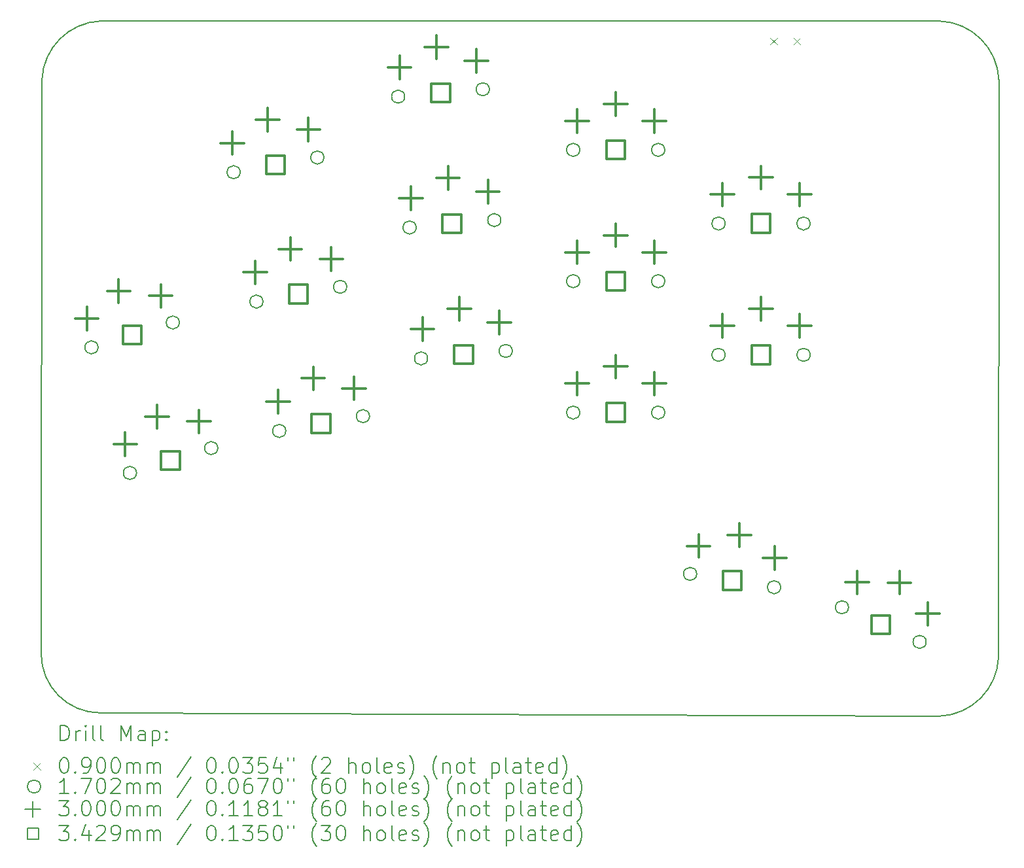
<source format=gbr>
%FSLAX45Y45*%
G04 Gerber Fmt 4.5, Leading zero omitted, Abs format (unit mm)*
G04 Created by KiCad (PCBNEW (6.0.4)) date 2022-05-21 01:49:12*
%MOMM*%
%LPD*%
G01*
G04 APERTURE LIST*
%TA.AperFunction,Profile*%
%ADD10C,0.150000*%
%TD*%
%ADD11C,0.200000*%
%ADD12C,0.090000*%
%ADD13C,0.170180*%
%ADD14C,0.300000*%
%ADD15C,0.342900*%
G04 APERTURE END LIST*
D10*
X15737327Y12334998D02*
X4877933Y12336481D01*
X15733479Y3338932D02*
G75*
G03*
X16494826Y4100933I-32949J794268D01*
G01*
X4116586Y11574481D02*
X4107104Y4142825D01*
X4107104Y4142825D02*
G75*
G03*
X4869104Y3380825I764981J2981D01*
G01*
X16494826Y4100933D02*
X16499327Y11573651D01*
X15733479Y3338933D02*
X4869104Y3380825D01*
X16499330Y11573651D02*
G75*
G03*
X15737327Y12334998I-794270J-32951D01*
G01*
X4877933Y12336481D02*
G75*
G03*
X4116586Y11574481I32951J-794270D01*
G01*
D11*
D12*
X13541841Y12120184D02*
X13631841Y12030184D01*
X13631841Y12120184D02*
X13541841Y12030184D01*
X13841841Y12120184D02*
X13931841Y12030184D01*
X13931841Y12120184D02*
X13841841Y12030184D01*
D13*
X4843348Y8112192D02*
G75*
G03*
X4843348Y8112192I-85090J0D01*
G01*
X4843348Y8112192D02*
G75*
G03*
X4843348Y8112192I-85090J0D01*
G01*
X5340380Y6486474D02*
G75*
G03*
X5340380Y6486474I-85090J0D01*
G01*
X5340380Y6486474D02*
G75*
G03*
X5340380Y6486474I-85090J0D01*
G01*
X5895283Y8433801D02*
G75*
G03*
X5895283Y8433801I-85090J0D01*
G01*
X5895283Y8433801D02*
G75*
G03*
X5895283Y8433801I-85090J0D01*
G01*
X6392315Y6808083D02*
G75*
G03*
X6392315Y6808083I-85090J0D01*
G01*
X6392315Y6808083D02*
G75*
G03*
X6392315Y6808083I-85090J0D01*
G01*
X6682157Y10379000D02*
G75*
G03*
X6682157Y10379000I-85090J0D01*
G01*
X6682157Y10379000D02*
G75*
G03*
X6682157Y10379000I-85090J0D01*
G01*
X6977359Y8704827D02*
G75*
G03*
X6977359Y8704827I-85090J0D01*
G01*
X6977359Y8704827D02*
G75*
G03*
X6977359Y8704827I-85090J0D01*
G01*
X7272560Y7030654D02*
G75*
G03*
X7272560Y7030654I-85090J0D01*
G01*
X7272560Y7030654D02*
G75*
G03*
X7272560Y7030654I-85090J0D01*
G01*
X7765445Y10570013D02*
G75*
G03*
X7765445Y10570013I-85090J0D01*
G01*
X7765445Y10570013D02*
G75*
G03*
X7765445Y10570013I-85090J0D01*
G01*
X8060647Y8895840D02*
G75*
G03*
X8060647Y8895840I-85090J0D01*
G01*
X8060647Y8895840D02*
G75*
G03*
X8060647Y8895840I-85090J0D01*
G01*
X8355849Y7221667D02*
G75*
G03*
X8355849Y7221667I-85090J0D01*
G01*
X8355849Y7221667D02*
G75*
G03*
X8355849Y7221667I-85090J0D01*
G01*
X8811183Y11357012D02*
G75*
G03*
X8811183Y11357012I-85090J0D01*
G01*
X8811183Y11357012D02*
G75*
G03*
X8811183Y11357012I-85090J0D01*
G01*
X8959347Y9663481D02*
G75*
G03*
X8959347Y9663481I-85090J0D01*
G01*
X8959347Y9663481D02*
G75*
G03*
X8959347Y9663481I-85090J0D01*
G01*
X9107512Y7969950D02*
G75*
G03*
X9107512Y7969950I-85090J0D01*
G01*
X9107512Y7969950D02*
G75*
G03*
X9107512Y7969950I-85090J0D01*
G01*
X9906997Y11452883D02*
G75*
G03*
X9906997Y11452883I-85090J0D01*
G01*
X9906997Y11452883D02*
G75*
G03*
X9906997Y11452883I-85090J0D01*
G01*
X10055161Y9759352D02*
G75*
G03*
X10055161Y9759352I-85090J0D01*
G01*
X10055161Y9759352D02*
G75*
G03*
X10055161Y9759352I-85090J0D01*
G01*
X10203326Y8065821D02*
G75*
G03*
X10203326Y8065821I-85090J0D01*
G01*
X10203326Y8065821D02*
G75*
G03*
X10203326Y8065821I-85090J0D01*
G01*
X11076199Y10668602D02*
G75*
G03*
X11076199Y10668602I-85090J0D01*
G01*
X11076199Y10668602D02*
G75*
G03*
X11076199Y10668602I-85090J0D01*
G01*
X11076199Y8968602D02*
G75*
G03*
X11076199Y8968602I-85090J0D01*
G01*
X11076199Y8968602D02*
G75*
G03*
X11076199Y8968602I-85090J0D01*
G01*
X11076199Y7268602D02*
G75*
G03*
X11076199Y7268602I-85090J0D01*
G01*
X11076199Y7268602D02*
G75*
G03*
X11076199Y7268602I-85090J0D01*
G01*
X12176199Y10668602D02*
G75*
G03*
X12176199Y10668602I-85090J0D01*
G01*
X12176199Y10668602D02*
G75*
G03*
X12176199Y10668602I-85090J0D01*
G01*
X12176199Y8968602D02*
G75*
G03*
X12176199Y8968602I-85090J0D01*
G01*
X12176199Y8968602D02*
G75*
G03*
X12176199Y8968602I-85090J0D01*
G01*
X12176199Y7268602D02*
G75*
G03*
X12176199Y7268602I-85090J0D01*
G01*
X12176199Y7268602D02*
G75*
G03*
X12176199Y7268602I-85090J0D01*
G01*
X12589473Y5179740D02*
G75*
G03*
X12589473Y5179740I-85090J0D01*
G01*
X12589473Y5179740D02*
G75*
G03*
X12589473Y5179740I-85090J0D01*
G01*
X12956918Y9715325D02*
G75*
G03*
X12956918Y9715325I-85090J0D01*
G01*
X12956918Y9715325D02*
G75*
G03*
X12956918Y9715325I-85090J0D01*
G01*
X12956918Y8015325D02*
G75*
G03*
X12956918Y8015325I-85090J0D01*
G01*
X12956918Y8015325D02*
G75*
G03*
X12956918Y8015325I-85090J0D01*
G01*
X13675930Y5007662D02*
G75*
G03*
X13675930Y5007662I-85090J0D01*
G01*
X13675930Y5007662D02*
G75*
G03*
X13675930Y5007662I-85090J0D01*
G01*
X14056918Y9715325D02*
G75*
G03*
X14056918Y9715325I-85090J0D01*
G01*
X14056918Y9715325D02*
G75*
G03*
X14056918Y9715325I-85090J0D01*
G01*
X14056918Y8015325D02*
G75*
G03*
X14056918Y8015325I-85090J0D01*
G01*
X14056918Y8015325D02*
G75*
G03*
X14056918Y8015325I-85090J0D01*
G01*
X14554119Y4747531D02*
G75*
G03*
X14554119Y4747531I-85090J0D01*
G01*
X14554119Y4747531D02*
G75*
G03*
X14554119Y4747531I-85090J0D01*
G01*
X15559019Y4300120D02*
G75*
G03*
X15559019Y4300120I-85090J0D01*
G01*
X15559019Y4300120D02*
G75*
G03*
X15559019Y4300120I-85090J0D01*
G01*
D14*
X4696434Y8635425D02*
X4696434Y8335425D01*
X4546434Y8485425D02*
X4846434Y8485425D01*
X5110265Y8991998D02*
X5110265Y8691998D01*
X4960265Y8841998D02*
X5260265Y8841998D01*
X5110265Y8991998D02*
X5110265Y8691998D01*
X4960265Y8841998D02*
X5260265Y8841998D01*
X5193466Y7009707D02*
X5193466Y6709707D01*
X5043466Y6859707D02*
X5343466Y6859707D01*
X5607297Y7366279D02*
X5607297Y7066279D01*
X5457297Y7216279D02*
X5757297Y7216279D01*
X5607297Y7366279D02*
X5607297Y7066279D01*
X5457297Y7216279D02*
X5757297Y7216279D01*
X5652739Y8927796D02*
X5652739Y8627796D01*
X5502739Y8777796D02*
X5802739Y8777796D01*
X6149771Y7302078D02*
X6149771Y7002078D01*
X5999771Y7152078D02*
X6299771Y7152078D01*
X6581189Y10906986D02*
X6581189Y10606986D01*
X6431189Y10756986D02*
X6731189Y10756986D01*
X6876391Y9232812D02*
X6876391Y8932812D01*
X6726391Y9082812D02*
X7026391Y9082812D01*
X7035390Y11210467D02*
X7035390Y10910467D01*
X6885390Y11060467D02*
X7185390Y11060467D01*
X7035390Y11210467D02*
X7035390Y10910467D01*
X6885390Y11060467D02*
X7185390Y11060467D01*
X7171593Y7558639D02*
X7171593Y7258639D01*
X7021593Y7408639D02*
X7321593Y7408639D01*
X7330592Y9536294D02*
X7330592Y9236294D01*
X7180592Y9386294D02*
X7480592Y9386294D01*
X7330592Y9536294D02*
X7330592Y9236294D01*
X7180592Y9386294D02*
X7480592Y9386294D01*
X7565997Y11080634D02*
X7565997Y10780634D01*
X7415997Y10930634D02*
X7715997Y10930634D01*
X7625794Y7862121D02*
X7625794Y7562121D01*
X7475794Y7712121D02*
X7775794Y7712121D01*
X7625794Y7862121D02*
X7625794Y7562121D01*
X7475794Y7712121D02*
X7775794Y7712121D01*
X7861199Y9406461D02*
X7861199Y9106461D01*
X7711199Y9256461D02*
X8011199Y9256461D01*
X8156401Y7732287D02*
X8156401Y7432287D01*
X8006401Y7582287D02*
X8306401Y7582287D01*
X8743219Y11884943D02*
X8743219Y11584943D01*
X8593219Y11734943D02*
X8893219Y11734943D01*
X8891384Y10191412D02*
X8891384Y9891412D01*
X8741384Y10041412D02*
X9041384Y10041412D01*
X9039548Y8497881D02*
X9039548Y8197881D01*
X8889548Y8347881D02*
X9189548Y8347881D01*
X9222142Y12147683D02*
X9222142Y11847683D01*
X9072142Y11997683D02*
X9372142Y11997683D01*
X9222142Y12147683D02*
X9222142Y11847683D01*
X9072142Y11997683D02*
X9372142Y11997683D01*
X9370307Y10454153D02*
X9370307Y10154153D01*
X9220307Y10304153D02*
X9520307Y10304153D01*
X9370307Y10454153D02*
X9370307Y10154153D01*
X9220307Y10304153D02*
X9520307Y10304153D01*
X9518471Y8760622D02*
X9518471Y8460622D01*
X9368471Y8610622D02*
X9668471Y8610622D01*
X9518471Y8760622D02*
X9518471Y8460622D01*
X9368471Y8610622D02*
X9668471Y8610622D01*
X9739414Y11972099D02*
X9739414Y11672099D01*
X9589414Y11822099D02*
X9889414Y11822099D01*
X9887578Y10278568D02*
X9887578Y9978568D01*
X9737578Y10128568D02*
X10037578Y10128568D01*
X10035743Y8585037D02*
X10035743Y8285037D01*
X9885743Y8435037D02*
X10185743Y8435037D01*
X11041109Y11193602D02*
X11041109Y10893602D01*
X10891109Y11043602D02*
X11191109Y11043602D01*
X11041109Y9493602D02*
X11041109Y9193602D01*
X10891109Y9343602D02*
X11191109Y9343602D01*
X11041109Y7793602D02*
X11041109Y7493602D01*
X10891109Y7643602D02*
X11191109Y7643602D01*
X11541109Y11413602D02*
X11541109Y11113602D01*
X11391109Y11263602D02*
X11691109Y11263602D01*
X11541109Y11413602D02*
X11541109Y11113602D01*
X11391109Y11263602D02*
X11691109Y11263602D01*
X11541109Y9713602D02*
X11541109Y9413602D01*
X11391109Y9563602D02*
X11691109Y9563602D01*
X11541109Y9713602D02*
X11541109Y9413602D01*
X11391109Y9563602D02*
X11691109Y9563602D01*
X11541109Y8013602D02*
X11541109Y7713602D01*
X11391109Y7863602D02*
X11691109Y7863602D01*
X11541109Y8013602D02*
X11541109Y7713602D01*
X11391109Y7863602D02*
X11691109Y7863602D01*
X12041109Y11193602D02*
X12041109Y10893602D01*
X11891109Y11043602D02*
X12191109Y11043602D01*
X12041109Y9493602D02*
X12041109Y9193602D01*
X11891109Y9343602D02*
X12191109Y9343602D01*
X12041109Y7793602D02*
X12041109Y7493602D01*
X11891109Y7643602D02*
X12191109Y7643602D01*
X12612431Y5692301D02*
X12612431Y5392301D01*
X12462431Y5542301D02*
X12762431Y5542301D01*
X12921828Y10240325D02*
X12921828Y9940325D01*
X12771828Y10090325D02*
X13071828Y10090325D01*
X12921828Y8540325D02*
X12921828Y8240325D01*
X12771828Y8390325D02*
X13071828Y8390325D01*
X13140690Y5831375D02*
X13140690Y5531376D01*
X12990690Y5681375D02*
X13290690Y5681375D01*
X13140690Y5831375D02*
X13140690Y5531376D01*
X12990690Y5681375D02*
X13290690Y5681375D01*
X13421828Y10460325D02*
X13421828Y10160325D01*
X13271828Y10310325D02*
X13571828Y10310325D01*
X13421828Y10460325D02*
X13421828Y10160325D01*
X13271828Y10310325D02*
X13571828Y10310325D01*
X13421828Y8760325D02*
X13421828Y8460325D01*
X13271828Y8610325D02*
X13571828Y8610325D01*
X13421828Y8760325D02*
X13421828Y8460325D01*
X13271828Y8610325D02*
X13571828Y8610325D01*
X13600119Y5535867D02*
X13600119Y5235867D01*
X13450119Y5385867D02*
X13750119Y5385867D01*
X13921828Y10240325D02*
X13921828Y9940325D01*
X13771828Y10090325D02*
X14071828Y10090325D01*
X13921828Y8540325D02*
X13921828Y8240325D01*
X13771828Y8390325D02*
X14071828Y8390325D01*
X14667233Y5219773D02*
X14667233Y4919773D01*
X14517233Y5069773D02*
X14817233Y5069773D01*
X15213487Y5217385D02*
X15213487Y4917385D01*
X15063487Y5067385D02*
X15363487Y5067385D01*
X15213487Y5217385D02*
X15213487Y4917385D01*
X15063487Y5067385D02*
X15363487Y5067385D01*
X15580778Y4813037D02*
X15580778Y4513037D01*
X15430778Y4663037D02*
X15730778Y4663037D01*
D15*
X5405461Y8151762D02*
X5405461Y8394231D01*
X5162991Y8394231D01*
X5162991Y8151762D01*
X5405461Y8151762D01*
X5405461Y8151762D02*
X5405461Y8394231D01*
X5162991Y8394231D01*
X5162991Y8151762D01*
X5405461Y8151762D01*
X5902492Y6526044D02*
X5902492Y6768513D01*
X5660023Y6768513D01*
X5660023Y6526044D01*
X5902492Y6526044D01*
X5902492Y6526044D02*
X5902492Y6768513D01*
X5660023Y6768513D01*
X5660023Y6526044D01*
X5902492Y6526044D01*
X7259946Y10353272D02*
X7259946Y10595741D01*
X7017476Y10595741D01*
X7017476Y10353272D01*
X7259946Y10353272D01*
X7259946Y10353272D02*
X7259946Y10595741D01*
X7017476Y10595741D01*
X7017476Y10353272D01*
X7259946Y10353272D01*
X7555147Y8679099D02*
X7555147Y8921568D01*
X7312678Y8921568D01*
X7312678Y8679099D01*
X7555147Y8679099D01*
X7555147Y8679099D02*
X7555147Y8921568D01*
X7312678Y8921568D01*
X7312678Y8679099D01*
X7555147Y8679099D01*
X7850349Y7004926D02*
X7850349Y7247395D01*
X7607880Y7247395D01*
X7607880Y7004926D01*
X7850349Y7004926D01*
X7850349Y7004926D02*
X7850349Y7247395D01*
X7607880Y7247395D01*
X7607880Y7004926D01*
X7850349Y7004926D01*
X9395234Y11283713D02*
X9395234Y11526182D01*
X9152765Y11526182D01*
X9152765Y11283713D01*
X9395234Y11283713D01*
X9395234Y11283713D02*
X9395234Y11526182D01*
X9152765Y11526182D01*
X9152765Y11283713D01*
X9395234Y11283713D01*
X9543399Y9590182D02*
X9543399Y9832651D01*
X9300930Y9832651D01*
X9300930Y9590182D01*
X9543399Y9590182D01*
X9543399Y9590182D02*
X9543399Y9832651D01*
X9300930Y9832651D01*
X9300930Y9590182D01*
X9543399Y9590182D01*
X9691564Y7896651D02*
X9691564Y8139120D01*
X9449095Y8139120D01*
X9449095Y7896651D01*
X9691564Y7896651D01*
X9691564Y7896651D02*
X9691564Y8139120D01*
X9449095Y8139120D01*
X9449095Y7896651D01*
X9691564Y7896651D01*
X11662343Y10547367D02*
X11662343Y10789836D01*
X11419874Y10789836D01*
X11419874Y10547367D01*
X11662343Y10547367D01*
X11662343Y10547367D02*
X11662343Y10789836D01*
X11419874Y10789836D01*
X11419874Y10547367D01*
X11662343Y10547367D01*
X11662343Y8847367D02*
X11662343Y9089836D01*
X11419874Y9089836D01*
X11419874Y8847367D01*
X11662343Y8847367D01*
X11662343Y8847367D02*
X11662343Y9089836D01*
X11419874Y9089836D01*
X11419874Y8847367D01*
X11662343Y8847367D01*
X11662343Y7147367D02*
X11662343Y7389836D01*
X11419874Y7389836D01*
X11419874Y7147367D01*
X11662343Y7147367D01*
X11662343Y7147367D02*
X11662343Y7389836D01*
X11419874Y7389836D01*
X11419874Y7147367D01*
X11662343Y7147367D01*
X13168846Y4972466D02*
X13168846Y5214936D01*
X12926377Y5214936D01*
X12926377Y4972466D01*
X13168846Y4972466D01*
X13168846Y4972466D02*
X13168846Y5214936D01*
X12926377Y5214936D01*
X12926377Y4972466D01*
X13168846Y4972466D01*
X13543063Y9594091D02*
X13543063Y9836560D01*
X13300593Y9836560D01*
X13300593Y9594091D01*
X13543063Y9594091D01*
X13543063Y9594091D02*
X13543063Y9836560D01*
X13300593Y9836560D01*
X13300593Y9594091D01*
X13543063Y9594091D01*
X13543063Y7894091D02*
X13543063Y8136560D01*
X13300593Y8136560D01*
X13300593Y7894091D01*
X13543063Y7894091D01*
X13543063Y7894091D02*
X13543063Y8136560D01*
X13300593Y8136560D01*
X13300593Y7894091D01*
X13543063Y7894091D01*
X15092714Y4402591D02*
X15092714Y4645060D01*
X14850244Y4645060D01*
X14850244Y4402591D01*
X15092714Y4402591D01*
X15092714Y4402591D02*
X15092714Y4645060D01*
X14850244Y4645060D01*
X14850244Y4402591D01*
X15092714Y4402591D01*
D11*
X4357223Y3020957D02*
X4357223Y3220957D01*
X4404842Y3220957D01*
X4433414Y3211433D01*
X4452461Y3192385D01*
X4461985Y3173338D01*
X4471509Y3135243D01*
X4471509Y3106671D01*
X4461985Y3068576D01*
X4452461Y3049528D01*
X4433414Y3030481D01*
X4404842Y3020957D01*
X4357223Y3020957D01*
X4557223Y3020957D02*
X4557223Y3154290D01*
X4557223Y3116195D02*
X4566747Y3135243D01*
X4576271Y3144766D01*
X4595318Y3154290D01*
X4614366Y3154290D01*
X4681033Y3020957D02*
X4681033Y3154290D01*
X4681033Y3220957D02*
X4671509Y3211433D01*
X4681033Y3201909D01*
X4690556Y3211433D01*
X4681033Y3220957D01*
X4681033Y3201909D01*
X4804842Y3020957D02*
X4785795Y3030481D01*
X4776271Y3049528D01*
X4776271Y3220957D01*
X4909604Y3020957D02*
X4890556Y3030481D01*
X4881033Y3049528D01*
X4881033Y3220957D01*
X5138176Y3020957D02*
X5138176Y3220957D01*
X5204842Y3078100D01*
X5271509Y3220957D01*
X5271509Y3020957D01*
X5452461Y3020957D02*
X5452461Y3125719D01*
X5442937Y3144766D01*
X5423890Y3154290D01*
X5385795Y3154290D01*
X5366747Y3144766D01*
X5452461Y3030481D02*
X5433414Y3020957D01*
X5385795Y3020957D01*
X5366747Y3030481D01*
X5357223Y3049528D01*
X5357223Y3068576D01*
X5366747Y3087624D01*
X5385795Y3097147D01*
X5433414Y3097147D01*
X5452461Y3106671D01*
X5547699Y3154290D02*
X5547699Y2954290D01*
X5547699Y3144766D02*
X5566747Y3154290D01*
X5604842Y3154290D01*
X5623890Y3144766D01*
X5633414Y3135243D01*
X5642937Y3116195D01*
X5642937Y3059052D01*
X5633414Y3040005D01*
X5623890Y3030481D01*
X5604842Y3020957D01*
X5566747Y3020957D01*
X5547699Y3030481D01*
X5728652Y3040005D02*
X5738175Y3030481D01*
X5728652Y3020957D01*
X5719128Y3030481D01*
X5728652Y3040005D01*
X5728652Y3020957D01*
X5728652Y3144766D02*
X5738175Y3135243D01*
X5728652Y3125719D01*
X5719128Y3135243D01*
X5728652Y3144766D01*
X5728652Y3125719D01*
D12*
X4009604Y2736433D02*
X4099604Y2646433D01*
X4099604Y2736433D02*
X4009604Y2646433D01*
D11*
X4395318Y2800957D02*
X4414366Y2800957D01*
X4433414Y2791433D01*
X4442937Y2781909D01*
X4452461Y2762862D01*
X4461985Y2724767D01*
X4461985Y2677147D01*
X4452461Y2639052D01*
X4442937Y2620005D01*
X4433414Y2610481D01*
X4414366Y2600957D01*
X4395318Y2600957D01*
X4376271Y2610481D01*
X4366747Y2620005D01*
X4357223Y2639052D01*
X4347699Y2677147D01*
X4347699Y2724767D01*
X4357223Y2762862D01*
X4366747Y2781909D01*
X4376271Y2791433D01*
X4395318Y2800957D01*
X4547699Y2620005D02*
X4557223Y2610481D01*
X4547699Y2600957D01*
X4538176Y2610481D01*
X4547699Y2620005D01*
X4547699Y2600957D01*
X4652461Y2600957D02*
X4690556Y2600957D01*
X4709604Y2610481D01*
X4719128Y2620005D01*
X4738176Y2648576D01*
X4747699Y2686671D01*
X4747699Y2762862D01*
X4738176Y2781909D01*
X4728652Y2791433D01*
X4709604Y2800957D01*
X4671509Y2800957D01*
X4652461Y2791433D01*
X4642937Y2781909D01*
X4633414Y2762862D01*
X4633414Y2715243D01*
X4642937Y2696195D01*
X4652461Y2686671D01*
X4671509Y2677147D01*
X4709604Y2677147D01*
X4728652Y2686671D01*
X4738176Y2696195D01*
X4747699Y2715243D01*
X4871509Y2800957D02*
X4890556Y2800957D01*
X4909604Y2791433D01*
X4919128Y2781909D01*
X4928652Y2762862D01*
X4938176Y2724767D01*
X4938176Y2677147D01*
X4928652Y2639052D01*
X4919128Y2620005D01*
X4909604Y2610481D01*
X4890556Y2600957D01*
X4871509Y2600957D01*
X4852461Y2610481D01*
X4842937Y2620005D01*
X4833414Y2639052D01*
X4823890Y2677147D01*
X4823890Y2724767D01*
X4833414Y2762862D01*
X4842937Y2781909D01*
X4852461Y2791433D01*
X4871509Y2800957D01*
X5061985Y2800957D02*
X5081033Y2800957D01*
X5100080Y2791433D01*
X5109604Y2781909D01*
X5119128Y2762862D01*
X5128652Y2724767D01*
X5128652Y2677147D01*
X5119128Y2639052D01*
X5109604Y2620005D01*
X5100080Y2610481D01*
X5081033Y2600957D01*
X5061985Y2600957D01*
X5042937Y2610481D01*
X5033414Y2620005D01*
X5023890Y2639052D01*
X5014366Y2677147D01*
X5014366Y2724767D01*
X5023890Y2762862D01*
X5033414Y2781909D01*
X5042937Y2791433D01*
X5061985Y2800957D01*
X5214366Y2600957D02*
X5214366Y2734290D01*
X5214366Y2715243D02*
X5223890Y2724767D01*
X5242937Y2734290D01*
X5271509Y2734290D01*
X5290556Y2724767D01*
X5300080Y2705719D01*
X5300080Y2600957D01*
X5300080Y2705719D02*
X5309604Y2724767D01*
X5328652Y2734290D01*
X5357223Y2734290D01*
X5376271Y2724767D01*
X5385795Y2705719D01*
X5385795Y2600957D01*
X5481033Y2600957D02*
X5481033Y2734290D01*
X5481033Y2715243D02*
X5490556Y2724767D01*
X5509604Y2734290D01*
X5538176Y2734290D01*
X5557223Y2724767D01*
X5566747Y2705719D01*
X5566747Y2600957D01*
X5566747Y2705719D02*
X5576271Y2724767D01*
X5595318Y2734290D01*
X5623890Y2734290D01*
X5642937Y2724767D01*
X5652461Y2705719D01*
X5652461Y2600957D01*
X6042937Y2810481D02*
X5871509Y2553338D01*
X6300080Y2800957D02*
X6319128Y2800957D01*
X6338175Y2791433D01*
X6347699Y2781909D01*
X6357223Y2762862D01*
X6366747Y2724767D01*
X6366747Y2677147D01*
X6357223Y2639052D01*
X6347699Y2620005D01*
X6338175Y2610481D01*
X6319128Y2600957D01*
X6300080Y2600957D01*
X6281033Y2610481D01*
X6271509Y2620005D01*
X6261985Y2639052D01*
X6252461Y2677147D01*
X6252461Y2724767D01*
X6261985Y2762862D01*
X6271509Y2781909D01*
X6281033Y2791433D01*
X6300080Y2800957D01*
X6452461Y2620005D02*
X6461985Y2610481D01*
X6452461Y2600957D01*
X6442937Y2610481D01*
X6452461Y2620005D01*
X6452461Y2600957D01*
X6585794Y2800957D02*
X6604842Y2800957D01*
X6623890Y2791433D01*
X6633414Y2781909D01*
X6642937Y2762862D01*
X6652461Y2724767D01*
X6652461Y2677147D01*
X6642937Y2639052D01*
X6633414Y2620005D01*
X6623890Y2610481D01*
X6604842Y2600957D01*
X6585794Y2600957D01*
X6566747Y2610481D01*
X6557223Y2620005D01*
X6547699Y2639052D01*
X6538175Y2677147D01*
X6538175Y2724767D01*
X6547699Y2762862D01*
X6557223Y2781909D01*
X6566747Y2791433D01*
X6585794Y2800957D01*
X6719128Y2800957D02*
X6842937Y2800957D01*
X6776271Y2724767D01*
X6804842Y2724767D01*
X6823890Y2715243D01*
X6833414Y2705719D01*
X6842937Y2686671D01*
X6842937Y2639052D01*
X6833414Y2620005D01*
X6823890Y2610481D01*
X6804842Y2600957D01*
X6747699Y2600957D01*
X6728652Y2610481D01*
X6719128Y2620005D01*
X7023890Y2800957D02*
X6928652Y2800957D01*
X6919128Y2705719D01*
X6928652Y2715243D01*
X6947699Y2724767D01*
X6995318Y2724767D01*
X7014366Y2715243D01*
X7023890Y2705719D01*
X7033414Y2686671D01*
X7033414Y2639052D01*
X7023890Y2620005D01*
X7014366Y2610481D01*
X6995318Y2600957D01*
X6947699Y2600957D01*
X6928652Y2610481D01*
X6919128Y2620005D01*
X7204842Y2734290D02*
X7204842Y2600957D01*
X7157223Y2810481D02*
X7109604Y2667624D01*
X7233414Y2667624D01*
X7300080Y2800957D02*
X7300080Y2762862D01*
X7376271Y2800957D02*
X7376271Y2762862D01*
X7671509Y2524767D02*
X7661985Y2534290D01*
X7642937Y2562862D01*
X7633414Y2581909D01*
X7623890Y2610481D01*
X7614366Y2658100D01*
X7614366Y2696195D01*
X7623890Y2743814D01*
X7633414Y2772386D01*
X7642937Y2791433D01*
X7661985Y2820005D01*
X7671509Y2829528D01*
X7738175Y2781909D02*
X7747699Y2791433D01*
X7766747Y2800957D01*
X7814366Y2800957D01*
X7833414Y2791433D01*
X7842937Y2781909D01*
X7852461Y2762862D01*
X7852461Y2743814D01*
X7842937Y2715243D01*
X7728652Y2600957D01*
X7852461Y2600957D01*
X8090556Y2600957D02*
X8090556Y2800957D01*
X8176271Y2600957D02*
X8176271Y2705719D01*
X8166747Y2724767D01*
X8147699Y2734290D01*
X8119128Y2734290D01*
X8100080Y2724767D01*
X8090556Y2715243D01*
X8300080Y2600957D02*
X8281033Y2610481D01*
X8271509Y2620005D01*
X8261985Y2639052D01*
X8261985Y2696195D01*
X8271509Y2715243D01*
X8281033Y2724767D01*
X8300080Y2734290D01*
X8328652Y2734290D01*
X8347699Y2724767D01*
X8357223Y2715243D01*
X8366747Y2696195D01*
X8366747Y2639052D01*
X8357223Y2620005D01*
X8347699Y2610481D01*
X8328652Y2600957D01*
X8300080Y2600957D01*
X8481033Y2600957D02*
X8461985Y2610481D01*
X8452461Y2629528D01*
X8452461Y2800957D01*
X8633414Y2610481D02*
X8614366Y2600957D01*
X8576271Y2600957D01*
X8557223Y2610481D01*
X8547699Y2629528D01*
X8547699Y2705719D01*
X8557223Y2724767D01*
X8576271Y2734290D01*
X8614366Y2734290D01*
X8633414Y2724767D01*
X8642937Y2705719D01*
X8642937Y2686671D01*
X8547699Y2667624D01*
X8719128Y2610481D02*
X8738176Y2600957D01*
X8776271Y2600957D01*
X8795318Y2610481D01*
X8804842Y2629528D01*
X8804842Y2639052D01*
X8795318Y2658100D01*
X8776271Y2667624D01*
X8747699Y2667624D01*
X8728652Y2677147D01*
X8719128Y2696195D01*
X8719128Y2705719D01*
X8728652Y2724767D01*
X8747699Y2734290D01*
X8776271Y2734290D01*
X8795318Y2724767D01*
X8871509Y2524767D02*
X8881033Y2534290D01*
X8900080Y2562862D01*
X8909604Y2581909D01*
X8919128Y2610481D01*
X8928652Y2658100D01*
X8928652Y2696195D01*
X8919128Y2743814D01*
X8909604Y2772386D01*
X8900080Y2791433D01*
X8881033Y2820005D01*
X8871509Y2829528D01*
X9233414Y2524767D02*
X9223890Y2534290D01*
X9204842Y2562862D01*
X9195318Y2581909D01*
X9185795Y2610481D01*
X9176271Y2658100D01*
X9176271Y2696195D01*
X9185795Y2743814D01*
X9195318Y2772386D01*
X9204842Y2791433D01*
X9223890Y2820005D01*
X9233414Y2829528D01*
X9309604Y2734290D02*
X9309604Y2600957D01*
X9309604Y2715243D02*
X9319128Y2724767D01*
X9338176Y2734290D01*
X9366747Y2734290D01*
X9385795Y2724767D01*
X9395318Y2705719D01*
X9395318Y2600957D01*
X9519128Y2600957D02*
X9500080Y2610481D01*
X9490556Y2620005D01*
X9481033Y2639052D01*
X9481033Y2696195D01*
X9490556Y2715243D01*
X9500080Y2724767D01*
X9519128Y2734290D01*
X9547699Y2734290D01*
X9566747Y2724767D01*
X9576271Y2715243D01*
X9585795Y2696195D01*
X9585795Y2639052D01*
X9576271Y2620005D01*
X9566747Y2610481D01*
X9547699Y2600957D01*
X9519128Y2600957D01*
X9642937Y2734290D02*
X9719128Y2734290D01*
X9671509Y2800957D02*
X9671509Y2629528D01*
X9681033Y2610481D01*
X9700080Y2600957D01*
X9719128Y2600957D01*
X9938176Y2734290D02*
X9938176Y2534290D01*
X9938176Y2724767D02*
X9957223Y2734290D01*
X9995318Y2734290D01*
X10014366Y2724767D01*
X10023890Y2715243D01*
X10033414Y2696195D01*
X10033414Y2639052D01*
X10023890Y2620005D01*
X10014366Y2610481D01*
X9995318Y2600957D01*
X9957223Y2600957D01*
X9938176Y2610481D01*
X10147699Y2600957D02*
X10128652Y2610481D01*
X10119128Y2629528D01*
X10119128Y2800957D01*
X10309604Y2600957D02*
X10309604Y2705719D01*
X10300080Y2724767D01*
X10281033Y2734290D01*
X10242937Y2734290D01*
X10223890Y2724767D01*
X10309604Y2610481D02*
X10290556Y2600957D01*
X10242937Y2600957D01*
X10223890Y2610481D01*
X10214366Y2629528D01*
X10214366Y2648576D01*
X10223890Y2667624D01*
X10242937Y2677147D01*
X10290556Y2677147D01*
X10309604Y2686671D01*
X10376271Y2734290D02*
X10452461Y2734290D01*
X10404842Y2800957D02*
X10404842Y2629528D01*
X10414366Y2610481D01*
X10433414Y2600957D01*
X10452461Y2600957D01*
X10595318Y2610481D02*
X10576271Y2600957D01*
X10538176Y2600957D01*
X10519128Y2610481D01*
X10509604Y2629528D01*
X10509604Y2705719D01*
X10519128Y2724767D01*
X10538176Y2734290D01*
X10576271Y2734290D01*
X10595318Y2724767D01*
X10604842Y2705719D01*
X10604842Y2686671D01*
X10509604Y2667624D01*
X10776271Y2600957D02*
X10776271Y2800957D01*
X10776271Y2610481D02*
X10757223Y2600957D01*
X10719128Y2600957D01*
X10700080Y2610481D01*
X10690556Y2620005D01*
X10681033Y2639052D01*
X10681033Y2696195D01*
X10690556Y2715243D01*
X10700080Y2724767D01*
X10719128Y2734290D01*
X10757223Y2734290D01*
X10776271Y2724767D01*
X10852461Y2524767D02*
X10861985Y2534290D01*
X10881033Y2562862D01*
X10890556Y2581909D01*
X10900080Y2610481D01*
X10909604Y2658100D01*
X10909604Y2696195D01*
X10900080Y2743814D01*
X10890556Y2772386D01*
X10881033Y2791433D01*
X10861985Y2820005D01*
X10852461Y2829528D01*
D13*
X4099604Y2427433D02*
G75*
G03*
X4099604Y2427433I-85090J0D01*
G01*
D11*
X4461985Y2336957D02*
X4347699Y2336957D01*
X4404842Y2336957D02*
X4404842Y2536957D01*
X4385795Y2508386D01*
X4366747Y2489338D01*
X4347699Y2479814D01*
X4547699Y2356005D02*
X4557223Y2346481D01*
X4547699Y2336957D01*
X4538176Y2346481D01*
X4547699Y2356005D01*
X4547699Y2336957D01*
X4623890Y2536957D02*
X4757223Y2536957D01*
X4671509Y2336957D01*
X4871509Y2536957D02*
X4890556Y2536957D01*
X4909604Y2527433D01*
X4919128Y2517909D01*
X4928652Y2498862D01*
X4938176Y2460767D01*
X4938176Y2413147D01*
X4928652Y2375052D01*
X4919128Y2356005D01*
X4909604Y2346481D01*
X4890556Y2336957D01*
X4871509Y2336957D01*
X4852461Y2346481D01*
X4842937Y2356005D01*
X4833414Y2375052D01*
X4823890Y2413147D01*
X4823890Y2460767D01*
X4833414Y2498862D01*
X4842937Y2517909D01*
X4852461Y2527433D01*
X4871509Y2536957D01*
X5014366Y2517909D02*
X5023890Y2527433D01*
X5042937Y2536957D01*
X5090556Y2536957D01*
X5109604Y2527433D01*
X5119128Y2517909D01*
X5128652Y2498862D01*
X5128652Y2479814D01*
X5119128Y2451243D01*
X5004842Y2336957D01*
X5128652Y2336957D01*
X5214366Y2336957D02*
X5214366Y2470290D01*
X5214366Y2451243D02*
X5223890Y2460767D01*
X5242937Y2470290D01*
X5271509Y2470290D01*
X5290556Y2460767D01*
X5300080Y2441719D01*
X5300080Y2336957D01*
X5300080Y2441719D02*
X5309604Y2460767D01*
X5328652Y2470290D01*
X5357223Y2470290D01*
X5376271Y2460767D01*
X5385795Y2441719D01*
X5385795Y2336957D01*
X5481033Y2336957D02*
X5481033Y2470290D01*
X5481033Y2451243D02*
X5490556Y2460767D01*
X5509604Y2470290D01*
X5538176Y2470290D01*
X5557223Y2460767D01*
X5566747Y2441719D01*
X5566747Y2336957D01*
X5566747Y2441719D02*
X5576271Y2460767D01*
X5595318Y2470290D01*
X5623890Y2470290D01*
X5642937Y2460767D01*
X5652461Y2441719D01*
X5652461Y2336957D01*
X6042937Y2546481D02*
X5871509Y2289338D01*
X6300080Y2536957D02*
X6319128Y2536957D01*
X6338175Y2527433D01*
X6347699Y2517909D01*
X6357223Y2498862D01*
X6366747Y2460767D01*
X6366747Y2413147D01*
X6357223Y2375052D01*
X6347699Y2356005D01*
X6338175Y2346481D01*
X6319128Y2336957D01*
X6300080Y2336957D01*
X6281033Y2346481D01*
X6271509Y2356005D01*
X6261985Y2375052D01*
X6252461Y2413147D01*
X6252461Y2460767D01*
X6261985Y2498862D01*
X6271509Y2517909D01*
X6281033Y2527433D01*
X6300080Y2536957D01*
X6452461Y2356005D02*
X6461985Y2346481D01*
X6452461Y2336957D01*
X6442937Y2346481D01*
X6452461Y2356005D01*
X6452461Y2336957D01*
X6585794Y2536957D02*
X6604842Y2536957D01*
X6623890Y2527433D01*
X6633414Y2517909D01*
X6642937Y2498862D01*
X6652461Y2460767D01*
X6652461Y2413147D01*
X6642937Y2375052D01*
X6633414Y2356005D01*
X6623890Y2346481D01*
X6604842Y2336957D01*
X6585794Y2336957D01*
X6566747Y2346481D01*
X6557223Y2356005D01*
X6547699Y2375052D01*
X6538175Y2413147D01*
X6538175Y2460767D01*
X6547699Y2498862D01*
X6557223Y2517909D01*
X6566747Y2527433D01*
X6585794Y2536957D01*
X6823890Y2536957D02*
X6785794Y2536957D01*
X6766747Y2527433D01*
X6757223Y2517909D01*
X6738175Y2489338D01*
X6728652Y2451243D01*
X6728652Y2375052D01*
X6738175Y2356005D01*
X6747699Y2346481D01*
X6766747Y2336957D01*
X6804842Y2336957D01*
X6823890Y2346481D01*
X6833414Y2356005D01*
X6842937Y2375052D01*
X6842937Y2422671D01*
X6833414Y2441719D01*
X6823890Y2451243D01*
X6804842Y2460767D01*
X6766747Y2460767D01*
X6747699Y2451243D01*
X6738175Y2441719D01*
X6728652Y2422671D01*
X6909604Y2536957D02*
X7042937Y2536957D01*
X6957223Y2336957D01*
X7157223Y2536957D02*
X7176271Y2536957D01*
X7195318Y2527433D01*
X7204842Y2517909D01*
X7214366Y2498862D01*
X7223890Y2460767D01*
X7223890Y2413147D01*
X7214366Y2375052D01*
X7204842Y2356005D01*
X7195318Y2346481D01*
X7176271Y2336957D01*
X7157223Y2336957D01*
X7138175Y2346481D01*
X7128652Y2356005D01*
X7119128Y2375052D01*
X7109604Y2413147D01*
X7109604Y2460767D01*
X7119128Y2498862D01*
X7128652Y2517909D01*
X7138175Y2527433D01*
X7157223Y2536957D01*
X7300080Y2536957D02*
X7300080Y2498862D01*
X7376271Y2536957D02*
X7376271Y2498862D01*
X7671509Y2260767D02*
X7661985Y2270290D01*
X7642937Y2298862D01*
X7633414Y2317909D01*
X7623890Y2346481D01*
X7614366Y2394100D01*
X7614366Y2432195D01*
X7623890Y2479814D01*
X7633414Y2508386D01*
X7642937Y2527433D01*
X7661985Y2556005D01*
X7671509Y2565528D01*
X7833414Y2536957D02*
X7795318Y2536957D01*
X7776271Y2527433D01*
X7766747Y2517909D01*
X7747699Y2489338D01*
X7738175Y2451243D01*
X7738175Y2375052D01*
X7747699Y2356005D01*
X7757223Y2346481D01*
X7776271Y2336957D01*
X7814366Y2336957D01*
X7833414Y2346481D01*
X7842937Y2356005D01*
X7852461Y2375052D01*
X7852461Y2422671D01*
X7842937Y2441719D01*
X7833414Y2451243D01*
X7814366Y2460767D01*
X7776271Y2460767D01*
X7757223Y2451243D01*
X7747699Y2441719D01*
X7738175Y2422671D01*
X7976271Y2536957D02*
X7995318Y2536957D01*
X8014366Y2527433D01*
X8023890Y2517909D01*
X8033414Y2498862D01*
X8042937Y2460767D01*
X8042937Y2413147D01*
X8033414Y2375052D01*
X8023890Y2356005D01*
X8014366Y2346481D01*
X7995318Y2336957D01*
X7976271Y2336957D01*
X7957223Y2346481D01*
X7947699Y2356005D01*
X7938175Y2375052D01*
X7928652Y2413147D01*
X7928652Y2460767D01*
X7938175Y2498862D01*
X7947699Y2517909D01*
X7957223Y2527433D01*
X7976271Y2536957D01*
X8281033Y2336957D02*
X8281033Y2536957D01*
X8366747Y2336957D02*
X8366747Y2441719D01*
X8357223Y2460767D01*
X8338175Y2470290D01*
X8309604Y2470290D01*
X8290556Y2460767D01*
X8281033Y2451243D01*
X8490556Y2336957D02*
X8471509Y2346481D01*
X8461985Y2356005D01*
X8452461Y2375052D01*
X8452461Y2432195D01*
X8461985Y2451243D01*
X8471509Y2460767D01*
X8490556Y2470290D01*
X8519128Y2470290D01*
X8538176Y2460767D01*
X8547699Y2451243D01*
X8557223Y2432195D01*
X8557223Y2375052D01*
X8547699Y2356005D01*
X8538176Y2346481D01*
X8519128Y2336957D01*
X8490556Y2336957D01*
X8671509Y2336957D02*
X8652461Y2346481D01*
X8642937Y2365528D01*
X8642937Y2536957D01*
X8823890Y2346481D02*
X8804842Y2336957D01*
X8766747Y2336957D01*
X8747699Y2346481D01*
X8738176Y2365528D01*
X8738176Y2441719D01*
X8747699Y2460767D01*
X8766747Y2470290D01*
X8804842Y2470290D01*
X8823890Y2460767D01*
X8833414Y2441719D01*
X8833414Y2422671D01*
X8738176Y2403624D01*
X8909604Y2346481D02*
X8928652Y2336957D01*
X8966747Y2336957D01*
X8985795Y2346481D01*
X8995318Y2365528D01*
X8995318Y2375052D01*
X8985795Y2394100D01*
X8966747Y2403624D01*
X8938176Y2403624D01*
X8919128Y2413147D01*
X8909604Y2432195D01*
X8909604Y2441719D01*
X8919128Y2460767D01*
X8938176Y2470290D01*
X8966747Y2470290D01*
X8985795Y2460767D01*
X9061985Y2260767D02*
X9071509Y2270290D01*
X9090556Y2298862D01*
X9100080Y2317909D01*
X9109604Y2346481D01*
X9119128Y2394100D01*
X9119128Y2432195D01*
X9109604Y2479814D01*
X9100080Y2508386D01*
X9090556Y2527433D01*
X9071509Y2556005D01*
X9061985Y2565528D01*
X9423890Y2260767D02*
X9414366Y2270290D01*
X9395318Y2298862D01*
X9385795Y2317909D01*
X9376271Y2346481D01*
X9366747Y2394100D01*
X9366747Y2432195D01*
X9376271Y2479814D01*
X9385795Y2508386D01*
X9395318Y2527433D01*
X9414366Y2556005D01*
X9423890Y2565528D01*
X9500080Y2470290D02*
X9500080Y2336957D01*
X9500080Y2451243D02*
X9509604Y2460767D01*
X9528652Y2470290D01*
X9557223Y2470290D01*
X9576271Y2460767D01*
X9585795Y2441719D01*
X9585795Y2336957D01*
X9709604Y2336957D02*
X9690556Y2346481D01*
X9681033Y2356005D01*
X9671509Y2375052D01*
X9671509Y2432195D01*
X9681033Y2451243D01*
X9690556Y2460767D01*
X9709604Y2470290D01*
X9738176Y2470290D01*
X9757223Y2460767D01*
X9766747Y2451243D01*
X9776271Y2432195D01*
X9776271Y2375052D01*
X9766747Y2356005D01*
X9757223Y2346481D01*
X9738176Y2336957D01*
X9709604Y2336957D01*
X9833414Y2470290D02*
X9909604Y2470290D01*
X9861985Y2536957D02*
X9861985Y2365528D01*
X9871509Y2346481D01*
X9890556Y2336957D01*
X9909604Y2336957D01*
X10128652Y2470290D02*
X10128652Y2270290D01*
X10128652Y2460767D02*
X10147699Y2470290D01*
X10185795Y2470290D01*
X10204842Y2460767D01*
X10214366Y2451243D01*
X10223890Y2432195D01*
X10223890Y2375052D01*
X10214366Y2356005D01*
X10204842Y2346481D01*
X10185795Y2336957D01*
X10147699Y2336957D01*
X10128652Y2346481D01*
X10338176Y2336957D02*
X10319128Y2346481D01*
X10309604Y2365528D01*
X10309604Y2536957D01*
X10500080Y2336957D02*
X10500080Y2441719D01*
X10490556Y2460767D01*
X10471509Y2470290D01*
X10433414Y2470290D01*
X10414366Y2460767D01*
X10500080Y2346481D02*
X10481033Y2336957D01*
X10433414Y2336957D01*
X10414366Y2346481D01*
X10404842Y2365528D01*
X10404842Y2384576D01*
X10414366Y2403624D01*
X10433414Y2413147D01*
X10481033Y2413147D01*
X10500080Y2422671D01*
X10566747Y2470290D02*
X10642937Y2470290D01*
X10595318Y2536957D02*
X10595318Y2365528D01*
X10604842Y2346481D01*
X10623890Y2336957D01*
X10642937Y2336957D01*
X10785795Y2346481D02*
X10766747Y2336957D01*
X10728652Y2336957D01*
X10709604Y2346481D01*
X10700080Y2365528D01*
X10700080Y2441719D01*
X10709604Y2460767D01*
X10728652Y2470290D01*
X10766747Y2470290D01*
X10785795Y2460767D01*
X10795318Y2441719D01*
X10795318Y2422671D01*
X10700080Y2403624D01*
X10966747Y2336957D02*
X10966747Y2536957D01*
X10966747Y2346481D02*
X10947699Y2336957D01*
X10909604Y2336957D01*
X10890556Y2346481D01*
X10881033Y2356005D01*
X10871509Y2375052D01*
X10871509Y2432195D01*
X10881033Y2451243D01*
X10890556Y2460767D01*
X10909604Y2470290D01*
X10947699Y2470290D01*
X10966747Y2460767D01*
X11042937Y2260767D02*
X11052461Y2270290D01*
X11071509Y2298862D01*
X11081033Y2317909D01*
X11090556Y2346481D01*
X11100080Y2394100D01*
X11100080Y2432195D01*
X11090556Y2479814D01*
X11081033Y2508386D01*
X11071509Y2527433D01*
X11052461Y2556005D01*
X11042937Y2565528D01*
X3999604Y2237253D02*
X3999604Y2037253D01*
X3899604Y2137253D02*
X4099604Y2137253D01*
X4338176Y2246777D02*
X4461985Y2246777D01*
X4395318Y2170587D01*
X4423890Y2170587D01*
X4442937Y2161063D01*
X4452461Y2151539D01*
X4461985Y2132491D01*
X4461985Y2084872D01*
X4452461Y2065825D01*
X4442937Y2056301D01*
X4423890Y2046777D01*
X4366747Y2046777D01*
X4347699Y2056301D01*
X4338176Y2065825D01*
X4547699Y2065825D02*
X4557223Y2056301D01*
X4547699Y2046777D01*
X4538176Y2056301D01*
X4547699Y2065825D01*
X4547699Y2046777D01*
X4681033Y2246777D02*
X4700080Y2246777D01*
X4719128Y2237253D01*
X4728652Y2227729D01*
X4738176Y2208682D01*
X4747699Y2170587D01*
X4747699Y2122967D01*
X4738176Y2084872D01*
X4728652Y2065825D01*
X4719128Y2056301D01*
X4700080Y2046777D01*
X4681033Y2046777D01*
X4661985Y2056301D01*
X4652461Y2065825D01*
X4642937Y2084872D01*
X4633414Y2122967D01*
X4633414Y2170587D01*
X4642937Y2208682D01*
X4652461Y2227729D01*
X4661985Y2237253D01*
X4681033Y2246777D01*
X4871509Y2246777D02*
X4890556Y2246777D01*
X4909604Y2237253D01*
X4919128Y2227729D01*
X4928652Y2208682D01*
X4938176Y2170587D01*
X4938176Y2122967D01*
X4928652Y2084872D01*
X4919128Y2065825D01*
X4909604Y2056301D01*
X4890556Y2046777D01*
X4871509Y2046777D01*
X4852461Y2056301D01*
X4842937Y2065825D01*
X4833414Y2084872D01*
X4823890Y2122967D01*
X4823890Y2170587D01*
X4833414Y2208682D01*
X4842937Y2227729D01*
X4852461Y2237253D01*
X4871509Y2246777D01*
X5061985Y2246777D02*
X5081033Y2246777D01*
X5100080Y2237253D01*
X5109604Y2227729D01*
X5119128Y2208682D01*
X5128652Y2170587D01*
X5128652Y2122967D01*
X5119128Y2084872D01*
X5109604Y2065825D01*
X5100080Y2056301D01*
X5081033Y2046777D01*
X5061985Y2046777D01*
X5042937Y2056301D01*
X5033414Y2065825D01*
X5023890Y2084872D01*
X5014366Y2122967D01*
X5014366Y2170587D01*
X5023890Y2208682D01*
X5033414Y2227729D01*
X5042937Y2237253D01*
X5061985Y2246777D01*
X5214366Y2046777D02*
X5214366Y2180110D01*
X5214366Y2161063D02*
X5223890Y2170587D01*
X5242937Y2180110D01*
X5271509Y2180110D01*
X5290556Y2170587D01*
X5300080Y2151539D01*
X5300080Y2046777D01*
X5300080Y2151539D02*
X5309604Y2170587D01*
X5328652Y2180110D01*
X5357223Y2180110D01*
X5376271Y2170587D01*
X5385795Y2151539D01*
X5385795Y2046777D01*
X5481033Y2046777D02*
X5481033Y2180110D01*
X5481033Y2161063D02*
X5490556Y2170587D01*
X5509604Y2180110D01*
X5538176Y2180110D01*
X5557223Y2170587D01*
X5566747Y2151539D01*
X5566747Y2046777D01*
X5566747Y2151539D02*
X5576271Y2170587D01*
X5595318Y2180110D01*
X5623890Y2180110D01*
X5642937Y2170587D01*
X5652461Y2151539D01*
X5652461Y2046777D01*
X6042937Y2256301D02*
X5871509Y1999158D01*
X6300080Y2246777D02*
X6319128Y2246777D01*
X6338175Y2237253D01*
X6347699Y2227729D01*
X6357223Y2208682D01*
X6366747Y2170587D01*
X6366747Y2122967D01*
X6357223Y2084872D01*
X6347699Y2065825D01*
X6338175Y2056301D01*
X6319128Y2046777D01*
X6300080Y2046777D01*
X6281033Y2056301D01*
X6271509Y2065825D01*
X6261985Y2084872D01*
X6252461Y2122967D01*
X6252461Y2170587D01*
X6261985Y2208682D01*
X6271509Y2227729D01*
X6281033Y2237253D01*
X6300080Y2246777D01*
X6452461Y2065825D02*
X6461985Y2056301D01*
X6452461Y2046777D01*
X6442937Y2056301D01*
X6452461Y2065825D01*
X6452461Y2046777D01*
X6652461Y2046777D02*
X6538175Y2046777D01*
X6595318Y2046777D02*
X6595318Y2246777D01*
X6576271Y2218206D01*
X6557223Y2199158D01*
X6538175Y2189634D01*
X6842937Y2046777D02*
X6728652Y2046777D01*
X6785794Y2046777D02*
X6785794Y2246777D01*
X6766747Y2218206D01*
X6747699Y2199158D01*
X6728652Y2189634D01*
X6957223Y2161063D02*
X6938175Y2170587D01*
X6928652Y2180110D01*
X6919128Y2199158D01*
X6919128Y2208682D01*
X6928652Y2227729D01*
X6938175Y2237253D01*
X6957223Y2246777D01*
X6995318Y2246777D01*
X7014366Y2237253D01*
X7023890Y2227729D01*
X7033414Y2208682D01*
X7033414Y2199158D01*
X7023890Y2180110D01*
X7014366Y2170587D01*
X6995318Y2161063D01*
X6957223Y2161063D01*
X6938175Y2151539D01*
X6928652Y2142015D01*
X6919128Y2122967D01*
X6919128Y2084872D01*
X6928652Y2065825D01*
X6938175Y2056301D01*
X6957223Y2046777D01*
X6995318Y2046777D01*
X7014366Y2056301D01*
X7023890Y2065825D01*
X7033414Y2084872D01*
X7033414Y2122967D01*
X7023890Y2142015D01*
X7014366Y2151539D01*
X6995318Y2161063D01*
X7223890Y2046777D02*
X7109604Y2046777D01*
X7166747Y2046777D02*
X7166747Y2246777D01*
X7147699Y2218206D01*
X7128652Y2199158D01*
X7109604Y2189634D01*
X7300080Y2246777D02*
X7300080Y2208682D01*
X7376271Y2246777D02*
X7376271Y2208682D01*
X7671509Y1970586D02*
X7661985Y1980110D01*
X7642937Y2008682D01*
X7633414Y2027729D01*
X7623890Y2056301D01*
X7614366Y2103920D01*
X7614366Y2142015D01*
X7623890Y2189634D01*
X7633414Y2218206D01*
X7642937Y2237253D01*
X7661985Y2265825D01*
X7671509Y2275348D01*
X7833414Y2246777D02*
X7795318Y2246777D01*
X7776271Y2237253D01*
X7766747Y2227729D01*
X7747699Y2199158D01*
X7738175Y2161063D01*
X7738175Y2084872D01*
X7747699Y2065825D01*
X7757223Y2056301D01*
X7776271Y2046777D01*
X7814366Y2046777D01*
X7833414Y2056301D01*
X7842937Y2065825D01*
X7852461Y2084872D01*
X7852461Y2132491D01*
X7842937Y2151539D01*
X7833414Y2161063D01*
X7814366Y2170587D01*
X7776271Y2170587D01*
X7757223Y2161063D01*
X7747699Y2151539D01*
X7738175Y2132491D01*
X7976271Y2246777D02*
X7995318Y2246777D01*
X8014366Y2237253D01*
X8023890Y2227729D01*
X8033414Y2208682D01*
X8042937Y2170587D01*
X8042937Y2122967D01*
X8033414Y2084872D01*
X8023890Y2065825D01*
X8014366Y2056301D01*
X7995318Y2046777D01*
X7976271Y2046777D01*
X7957223Y2056301D01*
X7947699Y2065825D01*
X7938175Y2084872D01*
X7928652Y2122967D01*
X7928652Y2170587D01*
X7938175Y2208682D01*
X7947699Y2227729D01*
X7957223Y2237253D01*
X7976271Y2246777D01*
X8281033Y2046777D02*
X8281033Y2246777D01*
X8366747Y2046777D02*
X8366747Y2151539D01*
X8357223Y2170587D01*
X8338175Y2180110D01*
X8309604Y2180110D01*
X8290556Y2170587D01*
X8281033Y2161063D01*
X8490556Y2046777D02*
X8471509Y2056301D01*
X8461985Y2065825D01*
X8452461Y2084872D01*
X8452461Y2142015D01*
X8461985Y2161063D01*
X8471509Y2170587D01*
X8490556Y2180110D01*
X8519128Y2180110D01*
X8538176Y2170587D01*
X8547699Y2161063D01*
X8557223Y2142015D01*
X8557223Y2084872D01*
X8547699Y2065825D01*
X8538176Y2056301D01*
X8519128Y2046777D01*
X8490556Y2046777D01*
X8671509Y2046777D02*
X8652461Y2056301D01*
X8642937Y2075348D01*
X8642937Y2246777D01*
X8823890Y2056301D02*
X8804842Y2046777D01*
X8766747Y2046777D01*
X8747699Y2056301D01*
X8738176Y2075348D01*
X8738176Y2151539D01*
X8747699Y2170587D01*
X8766747Y2180110D01*
X8804842Y2180110D01*
X8823890Y2170587D01*
X8833414Y2151539D01*
X8833414Y2132491D01*
X8738176Y2113444D01*
X8909604Y2056301D02*
X8928652Y2046777D01*
X8966747Y2046777D01*
X8985795Y2056301D01*
X8995318Y2075348D01*
X8995318Y2084872D01*
X8985795Y2103920D01*
X8966747Y2113444D01*
X8938176Y2113444D01*
X8919128Y2122967D01*
X8909604Y2142015D01*
X8909604Y2151539D01*
X8919128Y2170587D01*
X8938176Y2180110D01*
X8966747Y2180110D01*
X8985795Y2170587D01*
X9061985Y1970586D02*
X9071509Y1980110D01*
X9090556Y2008682D01*
X9100080Y2027729D01*
X9109604Y2056301D01*
X9119128Y2103920D01*
X9119128Y2142015D01*
X9109604Y2189634D01*
X9100080Y2218206D01*
X9090556Y2237253D01*
X9071509Y2265825D01*
X9061985Y2275348D01*
X9423890Y1970586D02*
X9414366Y1980110D01*
X9395318Y2008682D01*
X9385795Y2027729D01*
X9376271Y2056301D01*
X9366747Y2103920D01*
X9366747Y2142015D01*
X9376271Y2189634D01*
X9385795Y2218206D01*
X9395318Y2237253D01*
X9414366Y2265825D01*
X9423890Y2275348D01*
X9500080Y2180110D02*
X9500080Y2046777D01*
X9500080Y2161063D02*
X9509604Y2170587D01*
X9528652Y2180110D01*
X9557223Y2180110D01*
X9576271Y2170587D01*
X9585795Y2151539D01*
X9585795Y2046777D01*
X9709604Y2046777D02*
X9690556Y2056301D01*
X9681033Y2065825D01*
X9671509Y2084872D01*
X9671509Y2142015D01*
X9681033Y2161063D01*
X9690556Y2170587D01*
X9709604Y2180110D01*
X9738176Y2180110D01*
X9757223Y2170587D01*
X9766747Y2161063D01*
X9776271Y2142015D01*
X9776271Y2084872D01*
X9766747Y2065825D01*
X9757223Y2056301D01*
X9738176Y2046777D01*
X9709604Y2046777D01*
X9833414Y2180110D02*
X9909604Y2180110D01*
X9861985Y2246777D02*
X9861985Y2075348D01*
X9871509Y2056301D01*
X9890556Y2046777D01*
X9909604Y2046777D01*
X10128652Y2180110D02*
X10128652Y1980110D01*
X10128652Y2170587D02*
X10147699Y2180110D01*
X10185795Y2180110D01*
X10204842Y2170587D01*
X10214366Y2161063D01*
X10223890Y2142015D01*
X10223890Y2084872D01*
X10214366Y2065825D01*
X10204842Y2056301D01*
X10185795Y2046777D01*
X10147699Y2046777D01*
X10128652Y2056301D01*
X10338176Y2046777D02*
X10319128Y2056301D01*
X10309604Y2075348D01*
X10309604Y2246777D01*
X10500080Y2046777D02*
X10500080Y2151539D01*
X10490556Y2170587D01*
X10471509Y2180110D01*
X10433414Y2180110D01*
X10414366Y2170587D01*
X10500080Y2056301D02*
X10481033Y2046777D01*
X10433414Y2046777D01*
X10414366Y2056301D01*
X10404842Y2075348D01*
X10404842Y2094396D01*
X10414366Y2113444D01*
X10433414Y2122967D01*
X10481033Y2122967D01*
X10500080Y2132491D01*
X10566747Y2180110D02*
X10642937Y2180110D01*
X10595318Y2246777D02*
X10595318Y2075348D01*
X10604842Y2056301D01*
X10623890Y2046777D01*
X10642937Y2046777D01*
X10785795Y2056301D02*
X10766747Y2046777D01*
X10728652Y2046777D01*
X10709604Y2056301D01*
X10700080Y2075348D01*
X10700080Y2151539D01*
X10709604Y2170587D01*
X10728652Y2180110D01*
X10766747Y2180110D01*
X10785795Y2170587D01*
X10795318Y2151539D01*
X10795318Y2132491D01*
X10700080Y2113444D01*
X10966747Y2046777D02*
X10966747Y2246777D01*
X10966747Y2056301D02*
X10947699Y2046777D01*
X10909604Y2046777D01*
X10890556Y2056301D01*
X10881033Y2065825D01*
X10871509Y2084872D01*
X10871509Y2142015D01*
X10881033Y2161063D01*
X10890556Y2170587D01*
X10909604Y2180110D01*
X10947699Y2180110D01*
X10966747Y2170587D01*
X11042937Y1970586D02*
X11052461Y1980110D01*
X11071509Y2008682D01*
X11081033Y2027729D01*
X11090556Y2056301D01*
X11100080Y2103920D01*
X11100080Y2142015D01*
X11090556Y2189634D01*
X11081033Y2218206D01*
X11071509Y2237253D01*
X11052461Y2265825D01*
X11042937Y2275348D01*
X4070315Y1746542D02*
X4070315Y1887965D01*
X3928893Y1887965D01*
X3928893Y1746542D01*
X4070315Y1746542D01*
X4338176Y1926777D02*
X4461985Y1926777D01*
X4395318Y1850586D01*
X4423890Y1850586D01*
X4442937Y1841063D01*
X4452461Y1831539D01*
X4461985Y1812491D01*
X4461985Y1764872D01*
X4452461Y1745825D01*
X4442937Y1736301D01*
X4423890Y1726777D01*
X4366747Y1726777D01*
X4347699Y1736301D01*
X4338176Y1745825D01*
X4547699Y1745825D02*
X4557223Y1736301D01*
X4547699Y1726777D01*
X4538176Y1736301D01*
X4547699Y1745825D01*
X4547699Y1726777D01*
X4728652Y1860110D02*
X4728652Y1726777D01*
X4681033Y1936301D02*
X4633414Y1793444D01*
X4757223Y1793444D01*
X4823890Y1907729D02*
X4833414Y1917253D01*
X4852461Y1926777D01*
X4900080Y1926777D01*
X4919128Y1917253D01*
X4928652Y1907729D01*
X4938176Y1888682D01*
X4938176Y1869634D01*
X4928652Y1841063D01*
X4814366Y1726777D01*
X4938176Y1726777D01*
X5033414Y1726777D02*
X5071509Y1726777D01*
X5090556Y1736301D01*
X5100080Y1745825D01*
X5119128Y1774396D01*
X5128652Y1812491D01*
X5128652Y1888682D01*
X5119128Y1907729D01*
X5109604Y1917253D01*
X5090556Y1926777D01*
X5052461Y1926777D01*
X5033414Y1917253D01*
X5023890Y1907729D01*
X5014366Y1888682D01*
X5014366Y1841063D01*
X5023890Y1822015D01*
X5033414Y1812491D01*
X5052461Y1802967D01*
X5090556Y1802967D01*
X5109604Y1812491D01*
X5119128Y1822015D01*
X5128652Y1841063D01*
X5214366Y1726777D02*
X5214366Y1860110D01*
X5214366Y1841063D02*
X5223890Y1850586D01*
X5242937Y1860110D01*
X5271509Y1860110D01*
X5290556Y1850586D01*
X5300080Y1831539D01*
X5300080Y1726777D01*
X5300080Y1831539D02*
X5309604Y1850586D01*
X5328652Y1860110D01*
X5357223Y1860110D01*
X5376271Y1850586D01*
X5385795Y1831539D01*
X5385795Y1726777D01*
X5481033Y1726777D02*
X5481033Y1860110D01*
X5481033Y1841063D02*
X5490556Y1850586D01*
X5509604Y1860110D01*
X5538176Y1860110D01*
X5557223Y1850586D01*
X5566747Y1831539D01*
X5566747Y1726777D01*
X5566747Y1831539D02*
X5576271Y1850586D01*
X5595318Y1860110D01*
X5623890Y1860110D01*
X5642937Y1850586D01*
X5652461Y1831539D01*
X5652461Y1726777D01*
X6042937Y1936301D02*
X5871509Y1679158D01*
X6300080Y1926777D02*
X6319128Y1926777D01*
X6338175Y1917253D01*
X6347699Y1907729D01*
X6357223Y1888682D01*
X6366747Y1850586D01*
X6366747Y1802967D01*
X6357223Y1764872D01*
X6347699Y1745825D01*
X6338175Y1736301D01*
X6319128Y1726777D01*
X6300080Y1726777D01*
X6281033Y1736301D01*
X6271509Y1745825D01*
X6261985Y1764872D01*
X6252461Y1802967D01*
X6252461Y1850586D01*
X6261985Y1888682D01*
X6271509Y1907729D01*
X6281033Y1917253D01*
X6300080Y1926777D01*
X6452461Y1745825D02*
X6461985Y1736301D01*
X6452461Y1726777D01*
X6442937Y1736301D01*
X6452461Y1745825D01*
X6452461Y1726777D01*
X6652461Y1726777D02*
X6538175Y1726777D01*
X6595318Y1726777D02*
X6595318Y1926777D01*
X6576271Y1898205D01*
X6557223Y1879158D01*
X6538175Y1869634D01*
X6719128Y1926777D02*
X6842937Y1926777D01*
X6776271Y1850586D01*
X6804842Y1850586D01*
X6823890Y1841063D01*
X6833414Y1831539D01*
X6842937Y1812491D01*
X6842937Y1764872D01*
X6833414Y1745825D01*
X6823890Y1736301D01*
X6804842Y1726777D01*
X6747699Y1726777D01*
X6728652Y1736301D01*
X6719128Y1745825D01*
X7023890Y1926777D02*
X6928652Y1926777D01*
X6919128Y1831539D01*
X6928652Y1841063D01*
X6947699Y1850586D01*
X6995318Y1850586D01*
X7014366Y1841063D01*
X7023890Y1831539D01*
X7033414Y1812491D01*
X7033414Y1764872D01*
X7023890Y1745825D01*
X7014366Y1736301D01*
X6995318Y1726777D01*
X6947699Y1726777D01*
X6928652Y1736301D01*
X6919128Y1745825D01*
X7157223Y1926777D02*
X7176271Y1926777D01*
X7195318Y1917253D01*
X7204842Y1907729D01*
X7214366Y1888682D01*
X7223890Y1850586D01*
X7223890Y1802967D01*
X7214366Y1764872D01*
X7204842Y1745825D01*
X7195318Y1736301D01*
X7176271Y1726777D01*
X7157223Y1726777D01*
X7138175Y1736301D01*
X7128652Y1745825D01*
X7119128Y1764872D01*
X7109604Y1802967D01*
X7109604Y1850586D01*
X7119128Y1888682D01*
X7128652Y1907729D01*
X7138175Y1917253D01*
X7157223Y1926777D01*
X7300080Y1926777D02*
X7300080Y1888682D01*
X7376271Y1926777D02*
X7376271Y1888682D01*
X7671509Y1650586D02*
X7661985Y1660110D01*
X7642937Y1688682D01*
X7633414Y1707729D01*
X7623890Y1736301D01*
X7614366Y1783920D01*
X7614366Y1822015D01*
X7623890Y1869634D01*
X7633414Y1898205D01*
X7642937Y1917253D01*
X7661985Y1945825D01*
X7671509Y1955348D01*
X7728652Y1926777D02*
X7852461Y1926777D01*
X7785794Y1850586D01*
X7814366Y1850586D01*
X7833414Y1841063D01*
X7842937Y1831539D01*
X7852461Y1812491D01*
X7852461Y1764872D01*
X7842937Y1745825D01*
X7833414Y1736301D01*
X7814366Y1726777D01*
X7757223Y1726777D01*
X7738175Y1736301D01*
X7728652Y1745825D01*
X7976271Y1926777D02*
X7995318Y1926777D01*
X8014366Y1917253D01*
X8023890Y1907729D01*
X8033414Y1888682D01*
X8042937Y1850586D01*
X8042937Y1802967D01*
X8033414Y1764872D01*
X8023890Y1745825D01*
X8014366Y1736301D01*
X7995318Y1726777D01*
X7976271Y1726777D01*
X7957223Y1736301D01*
X7947699Y1745825D01*
X7938175Y1764872D01*
X7928652Y1802967D01*
X7928652Y1850586D01*
X7938175Y1888682D01*
X7947699Y1907729D01*
X7957223Y1917253D01*
X7976271Y1926777D01*
X8281033Y1726777D02*
X8281033Y1926777D01*
X8366747Y1726777D02*
X8366747Y1831539D01*
X8357223Y1850586D01*
X8338175Y1860110D01*
X8309604Y1860110D01*
X8290556Y1850586D01*
X8281033Y1841063D01*
X8490556Y1726777D02*
X8471509Y1736301D01*
X8461985Y1745825D01*
X8452461Y1764872D01*
X8452461Y1822015D01*
X8461985Y1841063D01*
X8471509Y1850586D01*
X8490556Y1860110D01*
X8519128Y1860110D01*
X8538176Y1850586D01*
X8547699Y1841063D01*
X8557223Y1822015D01*
X8557223Y1764872D01*
X8547699Y1745825D01*
X8538176Y1736301D01*
X8519128Y1726777D01*
X8490556Y1726777D01*
X8671509Y1726777D02*
X8652461Y1736301D01*
X8642937Y1755348D01*
X8642937Y1926777D01*
X8823890Y1736301D02*
X8804842Y1726777D01*
X8766747Y1726777D01*
X8747699Y1736301D01*
X8738176Y1755348D01*
X8738176Y1831539D01*
X8747699Y1850586D01*
X8766747Y1860110D01*
X8804842Y1860110D01*
X8823890Y1850586D01*
X8833414Y1831539D01*
X8833414Y1812491D01*
X8738176Y1793444D01*
X8909604Y1736301D02*
X8928652Y1726777D01*
X8966747Y1726777D01*
X8985795Y1736301D01*
X8995318Y1755348D01*
X8995318Y1764872D01*
X8985795Y1783920D01*
X8966747Y1793444D01*
X8938176Y1793444D01*
X8919128Y1802967D01*
X8909604Y1822015D01*
X8909604Y1831539D01*
X8919128Y1850586D01*
X8938176Y1860110D01*
X8966747Y1860110D01*
X8985795Y1850586D01*
X9061985Y1650586D02*
X9071509Y1660110D01*
X9090556Y1688682D01*
X9100080Y1707729D01*
X9109604Y1736301D01*
X9119128Y1783920D01*
X9119128Y1822015D01*
X9109604Y1869634D01*
X9100080Y1898205D01*
X9090556Y1917253D01*
X9071509Y1945825D01*
X9061985Y1955348D01*
X9423890Y1650586D02*
X9414366Y1660110D01*
X9395318Y1688682D01*
X9385795Y1707729D01*
X9376271Y1736301D01*
X9366747Y1783920D01*
X9366747Y1822015D01*
X9376271Y1869634D01*
X9385795Y1898205D01*
X9395318Y1917253D01*
X9414366Y1945825D01*
X9423890Y1955348D01*
X9500080Y1860110D02*
X9500080Y1726777D01*
X9500080Y1841063D02*
X9509604Y1850586D01*
X9528652Y1860110D01*
X9557223Y1860110D01*
X9576271Y1850586D01*
X9585795Y1831539D01*
X9585795Y1726777D01*
X9709604Y1726777D02*
X9690556Y1736301D01*
X9681033Y1745825D01*
X9671509Y1764872D01*
X9671509Y1822015D01*
X9681033Y1841063D01*
X9690556Y1850586D01*
X9709604Y1860110D01*
X9738176Y1860110D01*
X9757223Y1850586D01*
X9766747Y1841063D01*
X9776271Y1822015D01*
X9776271Y1764872D01*
X9766747Y1745825D01*
X9757223Y1736301D01*
X9738176Y1726777D01*
X9709604Y1726777D01*
X9833414Y1860110D02*
X9909604Y1860110D01*
X9861985Y1926777D02*
X9861985Y1755348D01*
X9871509Y1736301D01*
X9890556Y1726777D01*
X9909604Y1726777D01*
X10128652Y1860110D02*
X10128652Y1660110D01*
X10128652Y1850586D02*
X10147699Y1860110D01*
X10185795Y1860110D01*
X10204842Y1850586D01*
X10214366Y1841063D01*
X10223890Y1822015D01*
X10223890Y1764872D01*
X10214366Y1745825D01*
X10204842Y1736301D01*
X10185795Y1726777D01*
X10147699Y1726777D01*
X10128652Y1736301D01*
X10338176Y1726777D02*
X10319128Y1736301D01*
X10309604Y1755348D01*
X10309604Y1926777D01*
X10500080Y1726777D02*
X10500080Y1831539D01*
X10490556Y1850586D01*
X10471509Y1860110D01*
X10433414Y1860110D01*
X10414366Y1850586D01*
X10500080Y1736301D02*
X10481033Y1726777D01*
X10433414Y1726777D01*
X10414366Y1736301D01*
X10404842Y1755348D01*
X10404842Y1774396D01*
X10414366Y1793444D01*
X10433414Y1802967D01*
X10481033Y1802967D01*
X10500080Y1812491D01*
X10566747Y1860110D02*
X10642937Y1860110D01*
X10595318Y1926777D02*
X10595318Y1755348D01*
X10604842Y1736301D01*
X10623890Y1726777D01*
X10642937Y1726777D01*
X10785795Y1736301D02*
X10766747Y1726777D01*
X10728652Y1726777D01*
X10709604Y1736301D01*
X10700080Y1755348D01*
X10700080Y1831539D01*
X10709604Y1850586D01*
X10728652Y1860110D01*
X10766747Y1860110D01*
X10785795Y1850586D01*
X10795318Y1831539D01*
X10795318Y1812491D01*
X10700080Y1793444D01*
X10966747Y1726777D02*
X10966747Y1926777D01*
X10966747Y1736301D02*
X10947699Y1726777D01*
X10909604Y1726777D01*
X10890556Y1736301D01*
X10881033Y1745825D01*
X10871509Y1764872D01*
X10871509Y1822015D01*
X10881033Y1841063D01*
X10890556Y1850586D01*
X10909604Y1860110D01*
X10947699Y1860110D01*
X10966747Y1850586D01*
X11042937Y1650586D02*
X11052461Y1660110D01*
X11071509Y1688682D01*
X11081033Y1707729D01*
X11090556Y1736301D01*
X11100080Y1783920D01*
X11100080Y1822015D01*
X11090556Y1869634D01*
X11081033Y1898205D01*
X11071509Y1917253D01*
X11052461Y1945825D01*
X11042937Y1955348D01*
M02*

</source>
